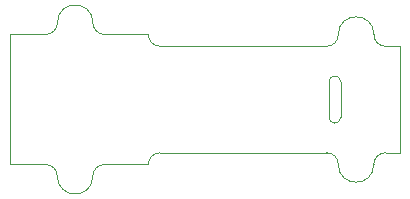
<source format=gbr>
G04 #@! TF.GenerationSoftware,KiCad,Pcbnew,(5.1.12)-1*
G04 #@! TF.CreationDate,2024-10-20T15:32:40+08:00*
G04 #@! TF.ProjectId,Kicad_LFOV_RigidFlex_Assembly_Screwhole2,4b696361-645f-44c4-964f-565f52696769,rev?*
G04 #@! TF.SameCoordinates,Original*
G04 #@! TF.FileFunction,Profile,NP*
%FSLAX46Y46*%
G04 Gerber Fmt 4.6, Leading zero omitted, Abs format (unit mm)*
G04 Created by KiCad (PCBNEW (5.1.12)-1) date 2024-10-20 15:32:40*
%MOMM*%
%LPD*%
G01*
G04 APERTURE LIST*
G04 #@! TA.AperFunction,Profile*
%ADD10C,0.050000*%
G04 #@! TD*
G04 APERTURE END LIST*
D10*
X119605520Y-117235020D02*
G75*
G02*
X116605520Y-117235020I-1500000J0D01*
G01*
X119605520Y-117235020D02*
X119605520Y-117235020D01*
X121809680Y-116233980D02*
X120605520Y-116235020D01*
X101515080Y-116236520D02*
X115605520Y-116235020D01*
X119605520Y-117235020D02*
G75*
G02*
X120605520Y-116235020I1000000J0D01*
G01*
X115605520Y-116235020D02*
G75*
G02*
X116605520Y-117235020I0J-1000000D01*
G01*
X101514320Y-107228920D02*
X115608060Y-107228640D01*
X115608060Y-107228640D02*
G75*
G03*
X116608060Y-106228640I0J1000000D01*
G01*
X119608060Y-106228640D02*
G75*
G03*
X116608060Y-106228640I-1500000J0D01*
G01*
X119608060Y-106228640D02*
G75*
G03*
X120608060Y-107228640I1000000J0D01*
G01*
X119608060Y-106228640D02*
X119608060Y-106228640D01*
X121808060Y-107228640D02*
X120608060Y-107228640D01*
X100514320Y-106228920D02*
G75*
G03*
X101514320Y-107228920I1000000J0D01*
G01*
X100516863Y-117232200D02*
G75*
G02*
X101516860Y-116234740I999997J-2540D01*
G01*
X116810000Y-113234000D02*
G75*
G02*
X115810000Y-113234000I-500000J0D01*
G01*
X115810000Y-110234000D02*
G75*
G02*
X116810000Y-110234000I500000J0D01*
G01*
X116810000Y-113234000D02*
X116810000Y-110234000D01*
X115810000Y-110234000D02*
X115810000Y-113234000D01*
X88817620Y-106226380D02*
X88810000Y-117229660D01*
X121810000Y-116234000D02*
X121808060Y-107228640D01*
X96813140Y-117229940D02*
X100516860Y-117232200D01*
X88810000Y-117229660D02*
X91813140Y-117229940D01*
X91813140Y-117229940D02*
G75*
G02*
X92813140Y-118229940I0J-1000000D01*
G01*
X95813140Y-118229940D02*
G75*
G02*
X92813140Y-118229940I-1500000J0D01*
G01*
X95813140Y-118229940D02*
G75*
G02*
X96813140Y-117229940I1000000J0D01*
G01*
X96818220Y-106227400D02*
X100514320Y-106228920D01*
X88818220Y-106227400D02*
X91818220Y-106227400D01*
X92818220Y-105227400D02*
G75*
G02*
X91818220Y-106227400I-1000000J0D01*
G01*
X96818220Y-106227400D02*
G75*
G02*
X95818220Y-105227400I0J1000000D01*
G01*
X92818220Y-105227400D02*
G75*
G02*
X95818220Y-105227400I1500000J0D01*
G01*
M02*

</source>
